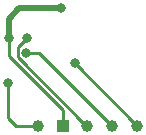
<source format=gbr>
%TF.GenerationSoftware,KiCad,Pcbnew,(5.1.8)-1*%
%TF.CreationDate,2020-12-26T04:00:47+01:00*%
%TF.ProjectId,feikController pedal,6665696b-436f-46e7-9472-6f6c6c657220,rev?*%
%TF.SameCoordinates,Original*%
%TF.FileFunction,Copper,L2,Bot*%
%TF.FilePolarity,Positive*%
%FSLAX46Y46*%
G04 Gerber Fmt 4.6, Leading zero omitted, Abs format (unit mm)*
G04 Created by KiCad (PCBNEW (5.1.8)-1) date 2020-12-26 04:00:47*
%MOMM*%
%LPD*%
G01*
G04 APERTURE LIST*
%TA.AperFunction,SMDPad,CuDef*%
%ADD10C,1.000000*%
%TD*%
%TA.AperFunction,SMDPad,CuDef*%
%ADD11R,1.000000X1.000000*%
%TD*%
%TA.AperFunction,ViaPad*%
%ADD12C,0.800000*%
%TD*%
%TA.AperFunction,Conductor*%
%ADD13C,0.250000*%
%TD*%
%TA.AperFunction,Conductor*%
%ADD14C,0.500000*%
%TD*%
G04 APERTURE END LIST*
D10*
%TO.P,ICSPCLK,1*%
%TO.N,/ICSPCLK*%
X181508400Y-113258600D03*
%TD*%
%TO.P,ICSPDAT,1*%
%TO.N,/ICSPDAT*%
X179400200Y-113258600D03*
%TD*%
%TO.P,VSS,1*%
%TO.N,GND*%
X177292000Y-113258600D03*
%TD*%
D11*
%TO.P,VDD,1*%
%TO.N,+3V3*%
X175183800Y-113258600D03*
%TD*%
D10*
%TO.P,VPP/~MCLR,1*%
%TO.N,/VPP\u005C~MCLR*%
X173075600Y-113258600D03*
%TD*%
D12*
%TO.N,GND*%
X172186600Y-105816400D03*
%TO.N,+3V3*%
X170611800Y-105841800D03*
X175031400Y-103276400D03*
%TO.N,/VPP\u005C~MCLR*%
X170586400Y-109626400D03*
%TO.N,/ICSPDAT*%
X172110400Y-107086400D03*
%TO.N,/ICSPCLK*%
X176225200Y-107975400D03*
%TD*%
D13*
%TO.N,GND*%
X177292000Y-113258600D02*
X177209598Y-113258600D01*
X171385399Y-106617601D02*
X172186600Y-105816400D01*
X171385399Y-107434401D02*
X171385399Y-106617601D01*
X177209598Y-113258600D02*
X171385399Y-107434401D01*
%TO.N,+3V3*%
X170611800Y-107340400D02*
X170611800Y-105841800D01*
X175183800Y-113258600D02*
X175183800Y-111912400D01*
X175183800Y-111912400D02*
X170611800Y-107340400D01*
D14*
X170611800Y-105841800D02*
X170611800Y-104190800D01*
X171526200Y-103276400D02*
X175031400Y-103276400D01*
X170611800Y-104190800D02*
X171526200Y-103276400D01*
D13*
%TO.N,/VPP\u005C~MCLR*%
X173075600Y-113258600D02*
X171221400Y-113258600D01*
X171221400Y-113258600D02*
X170586400Y-112623600D01*
X170586400Y-112623600D02*
X170586400Y-109626400D01*
%TO.N,/ICSPDAT*%
X179400200Y-113258600D02*
X173228000Y-107086400D01*
X173228000Y-107086400D02*
X172110400Y-107086400D01*
%TO.N,/ICSPCLK*%
X181508400Y-113258600D02*
X176225200Y-107975400D01*
%TD*%
M02*

</source>
